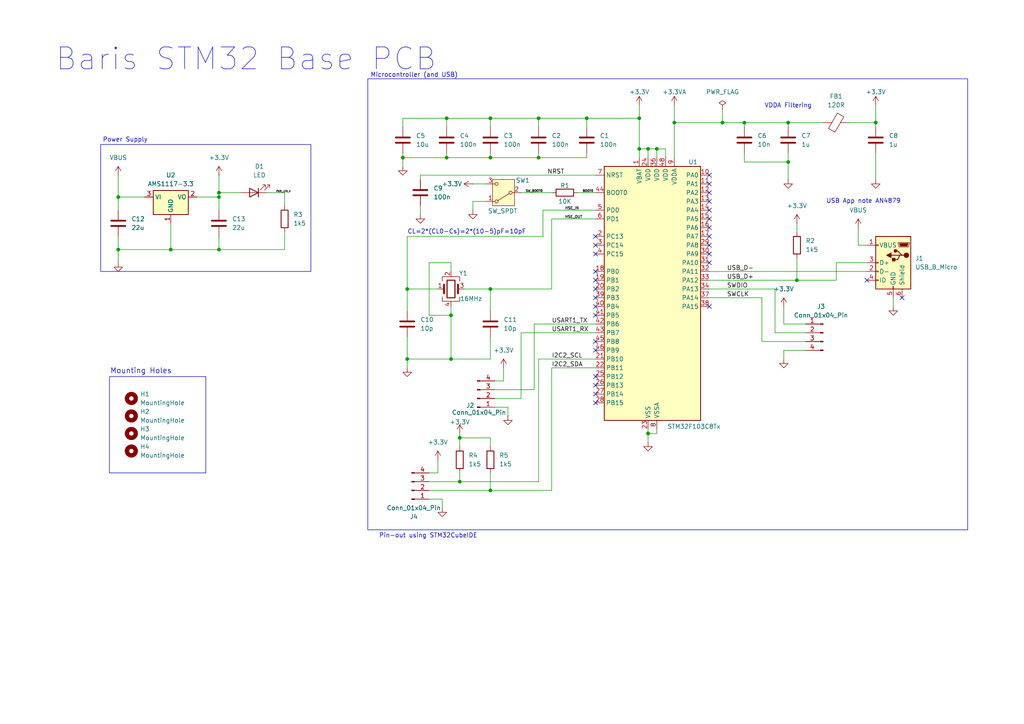
<source format=kicad_sch>
(kicad_sch (version 20231120) (generator "eeschema") (generator_version "8.0")
  (paper "A4")
  (title_block (title "STM32 Base PCB") (date "2024-10-15") (rev "0.1"))
  (lib_symbols
    (symbol "Connector:Conn_01x04_Pin" (pin_names (offset 1.016) hide)
      (property "Reference" "J" (at 0 5.08 0))
      (property "Value" "Conn_01x04_Pin" (at 0 -7.62 0))
      (symbol "Conn_01x04_Pin_1_1"
        (polyline (pts (xy 1.27 -5.08) (xy 0.8636 -5.08)) (stroke (width 0.1524)))
        (polyline (pts (xy 1.27 -2.54) (xy 0.8636 -2.54)) (stroke (width 0.1524)))
        (polyline (pts (xy 1.27 0) (xy 0.8636 0)) (stroke (width 0.1524)))
        (polyline (pts (xy 1.27 2.54) (xy 0.8636 2.54)) (stroke (width 0.1524)))
        (rectangle (start 0.8636 -4.953) (end 0 -5.207) (stroke (width 0.1524)) (fill (type outline)))
        (rectangle (start 0.8636 -2.413) (end 0 -2.667) (stroke (width 0.1524)) (fill (type outline)))
        (rectangle (start 0.8636 0.127) (end 0 -0.127) (stroke (width 0.1524)) (fill (type outline)))
        (rectangle (start 0.8636 2.667) (end 0 2.413) (stroke (width 0.1524)) (fill (type outline)))
        (pin passive line (at 5.08 2.54 180) (length 3.81) (name "Pin_1") (number "1"))
        (pin passive line (at 5.08 0 180) (length 3.81) (name "Pin_2") (number "2"))
        (pin passive line (at 5.08 -2.54 180) (length 3.81) (name "Pin_3") (number "3"))
        (pin passive line (at 5.08 -5.08 180) (length 3.81) (name "Pin_4") (number "4"))
      )
    )
    (symbol "Connector:USB_B_Micro" (pin_names (offset 1.016))
      (property "Reference" "J" (at -5.08 11.43 0))
      (property "Value" "USB_B_Micro" (at -5.08 8.89 0))
      (symbol "USB_B_Micro_0_1"
        (rectangle (start -5.08 -7.62) (end 5.08 7.62) (stroke (width 0.254)) (fill (type background)))
        (circle (center -3.81 2.159) (radius 0.635) (stroke (width 0.254)) (fill (type outline)))
        (circle (center -0.635 3.429) (radius 0.381) (stroke (width 0.254)) (fill (type outline)))
        (rectangle (start -0.127 -7.62) (end 0.127 -6.858))
        (polyline (pts (xy -1.905 2.159) (xy 0.635 2.159)) (stroke (width 0.254)))
        (polyline (pts (xy -3.175 2.159) (xy -2.54 2.159) (xy -1.27 3.429) (xy -0.635 3.429)) (stroke (width 0.254)))
        (polyline (pts (xy -2.54 2.159) (xy -1.905 2.159) (xy -1.27 0.889) (xy 0 0.889)) (stroke (width 0.254)))
        (polyline (pts (xy 0.635 2.794) (xy 0.635 1.524) (xy 1.905 2.159) (xy 0.635 2.794)) (stroke (width 0.254)) (fill (type outline)))
        (polyline (pts (xy -4.318 5.588) (xy -1.778 5.588) (xy -2.032 4.826) (xy -4.064 4.826) (xy -4.318 5.588)) (fill (type outline)))
        (polyline (pts (xy -4.699 5.842) (xy -4.699 5.588) (xy -4.445 4.826) (xy -4.445 4.572) (xy -1.651 4.572) (xy -1.651 4.826) (xy -1.397 5.588) (xy -1.397 5.842) (xy -4.699 5.842)))
        (rectangle (start 0.254 1.27) (end -0.508 0.508) (stroke (width 0.254)) (fill (type outline)))
        (rectangle (start 5.08 -5.207) (end 4.318 -4.953))
        (rectangle (start 5.08 -2.667) (end 4.318 -2.413))
        (rectangle (start 5.08 -0.127) (end 4.318 0.127))
        (rectangle (start 5.08 4.953) (end 4.318 5.207))
      )
      (symbol "USB_B_Micro_1_1"
        (pin power_out line (at 7.62 5.08 180) (length 2.54) (name "VBUS") (number "1"))
        (pin bidirectional line (at 7.62 -2.54 180) (length 2.54) (name "D-") (number "2"))
        (pin bidirectional line (at 7.62 0 180) (length 2.54) (name "D+") (number "3"))
        (pin passive line (at 7.62 -5.08 180) (length 2.54) (name "ID") (number "4"))
        (pin power_out line (at 0 -10.16 90) (length 2.54) (name "GND") (number "5"))
        (pin passive line (at -2.54 -10.16 90) (length 2.54) (name "Shield") (number "6"))
      )
    )
    (symbol "Device:C" (pin_numbers hide) (pin_names (offset 0.254))
      (property "Reference" "C" (at 0.635 2.54 0))
      (property "Value" "C" (at 0.635 -2.54 0))
      (symbol "C_0_1"
        (polyline (pts (xy -2.032 -0.762) (xy 2.032 -0.762)) (stroke (width 0.508)))
        (polyline (pts (xy -2.032 0.762) (xy 2.032 0.762)) (stroke (width 0.508)))
      )
      (symbol "C_1_1"
        (pin passive line (at 0 3.81 270) (length 2.794) (name "~") (number "1"))
        (pin passive line (at 0 -3.81 90) (length 2.794) (name "~") (number "2"))
      )
    )
    (symbol "Device:Crystal_GND24" (pin_names (offset 1.016) hide)
      (property "Reference" "Y" (at 3.175 5.08 0))
      (property "Value" "Crystal_GND24" (at 3.175 3.175 0))
      (symbol "Crystal_GND24_0_1"
        (rectangle (start -1.143 2.54) (end 1.143 -2.54) (stroke (width 0.3048)))
        (polyline (pts (xy -2.54 0) (xy -2.032 0)))
        (polyline (pts (xy -2.032 -1.27) (xy -2.032 1.27)) (stroke (width 0.508)))
        (polyline (pts (xy 0 -3.81) (xy 0 -3.556)))
        (polyline (pts (xy 0 3.556) (xy 0 3.81)))
        (polyline (pts (xy 2.032 -1.27) (xy 2.032 1.27)) (stroke (width 0.508)))
        (polyline (pts (xy 2.032 0) (xy 2.54 0)))
        (polyline (pts (xy -2.54 -2.286) (xy -2.54 -3.556) (xy 2.54 -3.556) (xy 2.54 -2.286)))
        (polyline (pts (xy -2.54 2.286) (xy -2.54 3.556) (xy 2.54 3.556) (xy 2.54 2.286)))
      )
      (symbol "Crystal_GND24_1_1"
        (pin passive line (at -3.81 0 0) (length 1.27) (name "1") (number "1"))
        (pin passive line (at 0 5.08 270) (length 1.27) (name "2") (number "2"))
        (pin passive line (at 3.81 0 180) (length 1.27) (name "3") (number "3"))
        (pin passive line (at 0 -5.08 90) (length 1.27) (name "4") (number "4"))
      )
    )
    (symbol "Device:FerriteBead" (pin_numbers hide) (pin_names (offset 0))
      (property "Reference" "FB" (at -3.81 0.635 90))
      (property "Value" "FerriteBead" (at 3.81 0 90))
      (symbol "FerriteBead_0_1"
        (polyline (pts (xy 0 -1.27) (xy 0 -1.2192)))
        (polyline (pts (xy 0 1.27) (xy 0 1.2954)))
        (polyline (pts (xy -2.7686 0.4064) (xy -1.7018 2.2606) (xy 2.7686 -0.3048) (xy 1.6764 -2.159) (xy -2.7686 0.4064)))
      )
      (symbol "FerriteBead_1_1"
        (pin passive line (at 0 3.81 270) (length 2.54) (name "~") (number "1"))
        (pin passive line (at 0 -3.81 90) (length 2.54) (name "~") (number "2"))
      )
    )
    (symbol "Device:LED" (pin_numbers hide) (pin_names (offset 1.016) hide)
      (property "Reference" "D" (at 0 2.54 0))
      (property "Value" "LED" (at 0 -2.54 0))
      (symbol "LED_0_1"
        (polyline (pts (xy -1.27 -1.27) (xy -1.27 1.27)) (stroke (width 0.254)))
        (polyline (pts (xy -1.27 0) (xy 1.27 0)))
        (polyline (pts (xy 1.27 -1.27) (xy 1.27 1.27) (xy -1.27 0) (xy 1.27 -1.27)) (stroke (width 0.254)))
        (polyline (pts (xy -3.048 -0.762) (xy -4.572 -2.286) (xy -3.81 -2.286) (xy -4.572 -2.286) (xy -4.572 -1.524)))
        (polyline (pts (xy -1.778 -0.762) (xy -3.302 -2.286) (xy -2.54 -2.286) (xy -3.302 -2.286) (xy -3.302 -1.524)))
      )
      (symbol "LED_1_1"
        (pin passive line (at -3.81 0 0) (length 2.54) (name "K") (number "1"))
        (pin passive line (at 3.81 0 180) (length 2.54) (name "A") (number "2"))
      )
    )
    (symbol "Device:R" (pin_numbers hide) (pin_names (offset 0))
      (property "Reference" "R" (at 2.032 0 90))
      (property "Value" "R" (at 0 0 90))
      (symbol "R_0_1"
        (rectangle (start -1.016 -2.54) (end 1.016 2.54) (stroke (width 0.254)))
      )
      (symbol "R_1_1"
        (pin passive line (at 0 3.81 270) (length 1.27) (name "~") (number "1"))
        (pin passive line (at 0 -3.81 90) (length 1.27) (name "~") (number "2"))
      )
    )
    (symbol "MCU_ST_STM32F1:STM32F103C8Tx"
      (property "Reference" "U" (at -12.7 39.37 0))
      (property "Value" "STM32F103C8Tx" (at 10.16 39.37 0))
      (symbol "STM32F103C8Tx_0_1"
        (rectangle (start -12.7 -35.56) (end 15.24 38.1) (stroke (width 0.254)) (fill (type background)))
      )
      (symbol "STM32F103C8Tx_1_1"
        (pin power_in line (at -2.54 40.64 270) (length 2.54) (name "VBAT") (number "1"))
        (pin bidirectional line (at 17.78 35.56 180) (length 2.54) (name "PA0") (number "10"))
        (pin bidirectional line (at 17.78 33.02 180) (length 2.54) (name "PA1") (number "11"))
        (pin bidirectional line (at 17.78 30.48 180) (length 2.54) (name "PA2") (number "12"))
        (pin bidirectional line (at 17.78 27.94 180) (length 2.54) (name "PA3") (number "13"))
        (pin bidirectional line (at 17.78 25.4 180) (length 2.54) (name "PA4") (number "14"))
        (pin bidirectional line (at 17.78 22.86 180) (length 2.54) (name "PA5") (number "15"))
        (pin bidirectional line (at 17.78 20.32 180) (length 2.54) (name "PA6") (number "16"))
        (pin bidirectional line (at 17.78 17.78 180) (length 2.54) (name "PA7") (number "17"))
        (pin bidirectional line (at -15.24 7.62 0) (length 2.54) (name "PB0") (number "18"))
        (pin bidirectional line (at -15.24 5.08 0) (length 2.54) (name "PB1") (number "19"))
        (pin bidirectional line (at -15.24 17.78 0) (length 2.54) (name "PC13") (number "2"))
        (pin bidirectional line (at -15.24 2.54 0) (length 2.54) (name "PB2") (number "20"))
        (pin bidirectional line (at -15.24 -17.78 0) (length 2.54) (name "PB10") (number "21"))
        (pin bidirectional line (at -15.24 -20.32 0) (length 2.54) (name "PB11") (number "22"))
        (pin power_in line (at 0 -38.1 90) (length 2.54) (name "VSS") (number "23"))
        (pin power_in line (at 0 40.64 270) (length 2.54) (name "VDD") (number "24"))
        (pin bidirectional line (at -15.24 -22.86 0) (length 2.54) (name "PB12") (number "25"))
        (pin bidirectional line (at -15.24 -25.4 0) (length 2.54) (name "PB13") (number "26"))
        (pin bidirectional line (at -15.24 -27.94 0) (length 2.54) (name "PB14") (number "27"))
        (pin bidirectional line (at -15.24 -30.48 0) (length 2.54) (name "PB15") (number "28"))
        (pin bidirectional line (at 17.78 15.24 180) (length 2.54) (name "PA8") (number "29"))
        (pin bidirectional line (at -15.24 15.24 0) (length 2.54) (name "PC14") (number "3"))
        (pin bidirectional line (at 17.78 12.7 180) (length 2.54) (name "PA9") (number "30"))
        (pin bidirectional line (at 17.78 10.16 180) (length 2.54) (name "PA10") (number "31"))
        (pin bidirectional line (at 17.78 7.62 180) (length 2.54) (name "PA11") (number "32"))
        (pin bidirectional line (at 17.78 5.08 180) (length 2.54) (name "PA12") (number "33"))
        (pin bidirectional line (at 17.78 2.54 180) (length 2.54) (name "PA13") (number "34"))
        (pin passive line (at 0 -38.1 90) (length 2.54) hide (name "VSS") (number "35"))
        (pin power_in line (at 2.54 40.64 270) (length 2.54) (name "VDD") (number "36"))
        (pin bidirectional line (at 17.78 0 180) (length 2.54) (name "PA14") (number "37"))
        (pin bidirectional line (at 17.78 -2.54 180) (length 2.54) (name "PA15") (number "38"))
        (pin bidirectional line (at -15.24 0 0) (length 2.54) (name "PB3") (number "39"))
        (pin bidirectional line (at -15.24 12.7 0) (length 2.54) (name "PC15") (number "4"))
        (pin bidirectional line (at -15.24 -2.54 0) (length 2.54) (name "PB4") (number "40"))
        (pin bidirectional line (at -15.24 -5.08 0) (length 2.54) (name "PB5") (number "41"))
        (pin bidirectional line (at -15.24 -7.62 0) (length 2.54) (name "PB6") (number "42"))
        (pin bidirectional line (at -15.24 -10.16 0) (length 2.54) (name "PB7") (number "43"))
        (pin input line (at -15.24 30.48 0) (length 2.54) (name "BOOT0") (number "44"))
        (pin bidirectional line (at -15.24 -12.7 0) (length 2.54) (name "PB8") (number "45"))
        (pin bidirectional line (at -15.24 -15.24 0) (length 2.54) (name "PB9") (number "46"))
        (pin passive line (at 0 -38.1 90) (length 2.54) hide (name "VSS") (number "47"))
        (pin power_in line (at 5.08 40.64 270) (length 2.54) (name "VDD") (number "48"))
        (pin bidirectional line (at -15.24 25.4 0) (length 2.54) (name "PD0") (number "5"))
        (pin bidirectional line (at -15.24 22.86 0) (length 2.54) (name "PD1") (number "6"))
        (pin input line (at -15.24 35.56 0) (length 2.54) (name "NRST") (number "7"))
        (pin power_in line (at 2.54 -38.1 90) (length 2.54) (name "VSSA") (number "8"))
        (pin power_in line (at 7.62 40.64 270) (length 2.54) (name "VDDA") (number "9"))
      )
    )
    (symbol "Mechanical:MountingHole" (pin_names (offset 1.016)) (exclude_from_sim yes) (in_bom no)
      (property "Reference" "H" (at 0 5.08 0))
      (property "Value" "MountingHole" (at 0 3.175 0))
      (symbol "MountingHole_0_1"
        (circle (center 0 0) (radius 1.27) (stroke (width 1.27)))
      )
    )
    (symbol "Regulator_Linear:AMS1117-3.3"
      (property "Reference" "U" (at -3.81 3.175 0))
      (property "Value" "AMS1117-3.3" (at 0 3.175 0))
      (symbol "AMS1117-3.3_0_1"
        (rectangle (start -5.08 -5.08) (end 5.08 1.905) (stroke (width 0.254)) (fill (type background)))
      )
      (symbol "AMS1117-3.3_1_1"
        (pin power_in line (at 0 -7.62 90) (length 2.54) (name "GND") (number "1"))
        (pin power_out line (at 7.62 0 180) (length 2.54) (name "VO") (number "2"))
        (pin power_in line (at -7.62 0 0) (length 2.54) (name "VI") (number "3"))
      )
    )
    (symbol "Switch:SW_SPDT" (pin_names (offset 0) hide)
      (property "Reference" "SW" (at 0 5.08 0))
      (property "Value" "SW_SPDT" (at 0 -5.08 0))
      (symbol "SW_SPDT_0_1"
        (circle (center -2.032 0) (radius 0.4572))
        (polyline (pts (xy -1.651 0.254) (xy 1.651 2.286)))
        (circle (center 2.032 -2.54) (radius 0.4572))
        (circle (center 2.032 2.54) (radius 0.4572))
      )
      (symbol "SW_SPDT_1_1"
        (rectangle (start -3.175 3.81) (end 3.175 -3.81) (fill (type background)))
        (pin passive line (at 5.08 2.54 180) (length 2.54) (name "A") (number "1"))
        (pin passive line (at -5.08 0 0) (length 2.54) (name "B") (number "2"))
        (pin passive line (at 5.08 -2.54 180) (length 2.54) (name "C") (number "3"))
      )
    )
    (symbol "power:+3.3V" (power) (pin_numbers hide) (pin_names (offset 0) hide)
      (property "Value" "+3.3V" (at 0 3.556 0))
      (symbol "+3.3V_0_1"
        (polyline (pts (xy -0.762 1.27) (xy 0 2.54)))
        (polyline (pts (xy 0 0) (xy 0 2.54)))
        (polyline (pts (xy 0 2.54) (xy 0.762 1.27)))
      )
      (symbol "+3.3V_1_1"
        (pin power_in line (at 0 0 90) (length 0) (name "~") (number "1"))
      )
    )
    (symbol "power:GND" (power) (pin_numbers hide) (pin_names (offset 0) hide)
      (property "Value" "GND" (at 0 -3.81 0))
      (symbol "GND_0_1"
        (polyline (pts (xy 0 0) (xy 0 -1.27) (xy 1.27 -1.27) (xy 0 -2.54) (xy -1.27 -1.27) (xy 0 -1.27)))
      )
      (symbol "GND_1_1"
        (pin power_in line (at 0 0 270) (length 0) (name "~") (number "1"))
      )
    )
    (symbol "power:PWR_FLAG" (power) (pin_numbers hide) (pin_names (offset 0) hide)
      (property "Value" "PWR_FLAG" (at 0 3.81 0))
      (symbol "PWR_FLAG_0_0"
        (pin power_out line (at 0 0 90) (length 0) (name "~") (number "1"))
      )
      (symbol "PWR_FLAG_0_1"
        (polyline (pts (xy 0 0) (xy 0 1.27) (xy -1.016 1.905) (xy 0 2.54) (xy 1.016 1.905) (xy 0 1.27)))
      )
    )
    (symbol "power:VBUS" (power) (pin_numbers hide) (pin_names (offset 0) hide)
      (property "Value" "VBUS" (at 0 3.556 0))
      (symbol "VBUS_0_1"
        (polyline (pts (xy -0.762 1.27) (xy 0 2.54)))
        (polyline (pts (xy 0 0) (xy 0 2.54)))
        (polyline (pts (xy 0 2.54) (xy 0.762 1.27)))
      )
      (symbol "VBUS_1_1"
        (pin power_in line (at 0 0 90) (length 0) (name "~") (number "1"))
      )
    )
  )
  (junction (at 170.18 34.29))
  (junction (at 187.96 125.73))
  (junction (at 228.6 35.56))
  (junction (at 118.11 104.14))
  (junction (at 195.58 35.56))
  (junction (at 133.35 127))
  (junction (at 187.96 43.18))
  (junction (at 142.24 142.24))
  (junction (at 63.5 57.15))
  (junction (at 185.42 34.29))
  (junction (at 209.55 35.56))
  (junction (at 215.9 35.56))
  (junction (at 34.29 72.39))
  (junction (at 116.84 45.72))
  (junction (at 156.21 45.72))
  (junction (at 142.24 83.82))
  (junction (at 129.54 34.29))
  (junction (at 34.29 57.15))
  (junction (at 254 35.56))
  (junction (at 118.11 83.82))
  (junction (at 63.5 55.88))
  (junction (at 190.5 43.18))
  (junction (at 185.42 43.18))
  (junction (at 63.5 72.39))
  (junction (at 231.14 81.28))
  (junction (at 129.54 45.72))
  (junction (at 228.6 46.99))
  (junction (at 130.81 91.44))
  (junction (at 142.24 34.29))
  (junction (at 130.81 104.14))
  (junction (at 156.21 34.29))
  (junction (at 49.53 72.39))
  (junction (at 142.24 45.72))
  (junction (at 133.35 139.7))
  (no_connect (at 172.72 91.44))
  (no_connect (at 205.74 88.9))
  (no_connect (at 205.74 53.34))
  (no_connect (at 172.72 78.74))
  (no_connect (at 205.74 66.04))
  (no_connect (at 172.72 68.58))
  (no_connect (at 172.72 101.6))
  (no_connect (at 172.72 109.22))
  (no_connect (at 205.74 63.5))
  (no_connect (at 205.74 58.42))
  (no_connect (at 205.74 50.8))
  (no_connect (at 172.72 114.3))
  (no_connect (at 205.74 73.66))
  (no_connect (at 172.72 99.06))
  (no_connect (at 172.72 86.36))
  (no_connect (at 261.62 86.36))
  (no_connect (at 205.74 55.88))
  (no_connect (at 172.72 116.84))
  (no_connect (at 172.72 81.28))
  (no_connect (at 172.72 111.76))
  (no_connect (at 172.72 88.9))
  (no_connect (at 205.74 76.2))
  (no_connect (at 205.74 68.58))
  (no_connect (at 172.72 73.66))
  (no_connect (at 251.46 81.28))
  (no_connect (at 172.72 83.82))
  (no_connect (at 205.74 60.96))
  (no_connect (at 205.74 71.12))
  (no_connect (at 172.72 71.12))
  (wire (pts (xy 185.42 43.18) (xy 185.42 45.72)))
  (wire (pts (xy 142.24 83.82) (xy 134.62 83.82)))
  (wire (pts (xy 190.5 125.73) (xy 187.96 125.73)))
  (wire (pts (xy 187.96 124.46) (xy 187.96 125.73)))
  (wire (pts (xy 142.24 83.82) (xy 142.24 90.17)))
  (wire (pts (xy 130.81 104.14) (xy 118.11 104.14)))
  (wire (pts (xy 34.29 72.39) (xy 34.29 76.2)))
  (wire (pts (xy 224.79 96.52) (xy 233.68 96.52)))
  (wire (pts (xy 254 35.56) (xy 254 36.83)))
  (wire (pts (xy 63.5 57.15) (xy 57.15 57.15)))
  (wire (pts (xy 187.96 43.18) (xy 190.5 43.18)))
  (wire (pts (xy 142.24 104.14) (xy 142.24 97.79)))
  (wire (pts (xy 143.51 118.11) (xy 147.32 118.11)))
  (wire (pts (xy 154.94 93.98) (xy 154.94 113.03)))
  (wire (pts (xy 254 30.48) (xy 254 35.56)))
  (wire (pts (xy 231.14 74.93) (xy 231.14 81.28)))
  (wire (pts (xy 151.13 96.52) (xy 151.13 115.57)))
  (wire (pts (xy 160.02 83.82) (xy 142.24 83.82)))
  (wire (pts (xy 133.35 139.7) (xy 124.46 139.7)))
  (wire (pts (xy 248.92 71.12) (xy 251.46 71.12)))
  (wire (pts (xy 205.74 78.74) (xy 251.46 78.74)))
  (wire (pts (xy 142.24 142.24) (xy 160.02 142.24)))
  (wire (pts (xy 156.21 34.29) (xy 170.18 34.29)))
  (wire (pts (xy 215.9 44.45) (xy 215.9 46.99)))
  (wire (pts (xy 151.13 96.52) (xy 172.72 96.52)))
  (wire (pts (xy 63.5 57.15) (xy 63.5 60.96)))
  (wire (pts (xy 130.81 76.2) (xy 124.46 76.2)))
  (wire (pts (xy 118.11 83.82) (xy 127 83.82)))
  (wire (pts (xy 228.6 46.99) (xy 228.6 44.45)))
  (wire (pts (xy 156.21 34.29) (xy 156.21 36.83)))
  (wire (pts (xy 142.24 45.72) (xy 156.21 45.72)))
  (wire (pts (xy 156.21 104.14) (xy 156.21 139.7)))
  (wire (pts (xy 133.35 125.73) (xy 133.35 127)))
  (wire (pts (xy 227.33 101.6) (xy 233.68 101.6)))
  (wire (pts (xy 124.46 144.78) (xy 128.27 144.78)))
  (wire (pts (xy 116.84 36.83) (xy 116.84 34.29)))
  (wire (pts (xy 190.5 43.18) (xy 193.04 43.18)))
  (wire (pts (xy 157.48 60.96) (xy 172.72 60.96)))
  (wire (pts (xy 151.13 55.88) (xy 160.02 55.88)))
  (wire (pts (xy 170.18 45.72) (xy 170.18 44.45)))
  (wire (pts (xy 160.02 63.5) (xy 160.02 83.82)))
  (wire (pts (xy 128.27 144.78) (xy 128.27 147.32)))
  (wire (pts (xy 227.33 88.9) (xy 227.33 93.98)))
  (wire (pts (xy 167.64 55.88) (xy 172.72 55.88)))
  (wire (pts (xy 160.02 106.68) (xy 172.72 106.68)))
  (wire (pts (xy 154.94 113.03) (xy 143.51 113.03)))
  (wire (pts (xy 130.81 78.74) (xy 130.81 76.2)))
  (wire (pts (xy 228.6 46.99) (xy 228.6 52.07)))
  (wire (pts (xy 118.11 104.14) (xy 118.11 106.68)))
  (wire (pts (xy 142.24 137.16) (xy 142.24 142.24)))
  (wire (pts (xy 160.02 142.24) (xy 160.02 106.68)))
  (wire (pts (xy 124.46 142.24) (xy 142.24 142.24)))
  (wire (pts (xy 215.9 35.56) (xy 228.6 35.56)))
  (wire (pts (xy 124.46 91.44) (xy 130.81 91.44)))
  (wire (pts (xy 187.96 43.18) (xy 187.96 45.72)))
  (wire (pts (xy 246.38 35.56) (xy 254 35.56)))
  (wire (pts (xy 193.04 43.18) (xy 193.04 45.72)))
  (wire (pts (xy 127 133.35) (xy 127 137.16)))
  (wire (pts (xy 121.92 50.8) (xy 172.72 50.8)))
  (wire (pts (xy 34.29 68.58) (xy 34.29 72.39)))
  (wire (pts (xy 259.08 86.36) (xy 259.08 88.9)))
  (wire (pts (xy 205.74 83.82) (xy 224.79 83.82)))
  (wire (pts (xy 34.29 57.15) (xy 34.29 60.96)))
  (wire (pts (xy 118.11 83.82) (xy 118.11 68.58)))
  (wire (pts (xy 147.32 118.11) (xy 147.32 120.65)))
  (wire (pts (xy 215.9 35.56) (xy 215.9 36.83)))
  (wire (pts (xy 170.18 34.29) (xy 185.42 34.29)))
  (wire (pts (xy 124.46 76.2) (xy 124.46 91.44)))
  (wire (pts (xy 228.6 35.56) (xy 228.6 36.83)))
  (wire (pts (xy 242.57 76.2) (xy 251.46 76.2)))
  (wire (pts (xy 220.98 99.06) (xy 220.98 86.36)))
  (wire (pts (xy 133.35 137.16) (xy 133.35 139.7)))
  (wire (pts (xy 209.55 35.56) (xy 215.9 35.56)))
  (wire (pts (xy 151.13 115.57) (xy 143.51 115.57)))
  (wire (pts (xy 233.68 99.06) (xy 220.98 99.06)))
  (wire (pts (xy 190.5 124.46) (xy 190.5 125.73)))
  (wire (pts (xy 34.29 72.39) (xy 49.53 72.39)))
  (wire (pts (xy 205.74 86.36) (xy 220.98 86.36)))
  (wire (pts (xy 142.24 34.29) (xy 156.21 34.29)))
  (wire (pts (xy 195.58 35.56) (xy 195.58 45.72)))
  (wire (pts (xy 156.21 104.14) (xy 172.72 104.14)))
  (wire (pts (xy 82.55 67.31) (xy 82.55 72.39)))
  (wire (pts (xy 63.5 55.88) (xy 69.85 55.88)))
  (wire (pts (xy 137.16 58.42) (xy 137.16 60.96)))
  (wire (pts (xy 142.24 44.45) (xy 142.24 45.72)))
  (wire (pts (xy 187.96 125.73) (xy 187.96 128.27)))
  (wire (pts (xy 195.58 30.48) (xy 195.58 35.56)))
  (wire (pts (xy 121.92 59.69) (xy 121.92 62.23)))
  (wire (pts (xy 142.24 34.29) (xy 142.24 36.83)))
  (wire (pts (xy 129.54 34.29) (xy 142.24 34.29)))
  (wire (pts (xy 118.11 68.58) (xy 157.48 68.58)))
  (wire (pts (xy 116.84 34.29) (xy 129.54 34.29)))
  (wire (pts (xy 142.24 127) (xy 142.24 129.54)))
  (wire (pts (xy 227.33 93.98) (xy 233.68 93.98)))
  (wire (pts (xy 129.54 44.45) (xy 129.54 45.72)))
  (wire (pts (xy 129.54 45.72) (xy 116.84 45.72)))
  (wire (pts (xy 209.55 31.75) (xy 209.55 35.56)))
  (wire (pts (xy 82.55 72.39) (xy 63.5 72.39)))
  (wire (pts (xy 160.02 63.5) (xy 172.72 63.5)))
  (wire (pts (xy 77.47 55.88) (xy 82.55 55.88)))
  (wire (pts (xy 185.42 34.29) (xy 185.42 43.18)))
  (wire (pts (xy 190.5 43.18) (xy 190.5 45.72)))
  (wire (pts (xy 129.54 34.29) (xy 129.54 36.83)))
  (wire (pts (xy 231.14 64.77) (xy 231.14 67.31)))
  (wire (pts (xy 116.84 45.72) (xy 116.84 48.26)))
  (wire (pts (xy 231.14 81.28) (xy 242.57 81.28)))
  (wire (pts (xy 156.21 45.72) (xy 170.18 45.72)))
  (wire (pts (xy 185.42 43.18) (xy 187.96 43.18)))
  (wire (pts (xy 133.35 127) (xy 133.35 129.54)))
  (wire (pts (xy 137.16 53.34) (xy 140.97 53.34)))
  (wire (pts (xy 63.5 50.8) (xy 63.5 55.88)))
  (wire (pts (xy 133.35 127) (xy 142.24 127)))
  (wire (pts (xy 130.81 91.44) (xy 130.81 88.9)))
  (wire (pts (xy 63.5 72.39) (xy 63.5 68.58)))
  (wire (pts (xy 116.84 44.45) (xy 116.84 45.72)))
  (wire (pts (xy 254 44.45) (xy 254 52.07)))
  (wire (pts (xy 228.6 35.56) (xy 238.76 35.56)))
  (wire (pts (xy 242.57 81.28) (xy 242.57 76.2)))
  (wire (pts (xy 195.58 35.56) (xy 209.55 35.56)))
  (wire (pts (xy 137.16 58.42) (xy 140.97 58.42)))
  (wire (pts (xy 130.81 91.44) (xy 130.81 104.14)))
  (wire (pts (xy 224.79 83.82) (xy 224.79 96.52)))
  (wire (pts (xy 82.55 55.88) (xy 82.55 59.69)))
  (wire (pts (xy 156.21 44.45) (xy 156.21 45.72)))
  (wire (pts (xy 227.33 101.6) (xy 227.33 104.14)))
  (wire (pts (xy 215.9 46.99) (xy 228.6 46.99)))
  (wire (pts (xy 63.5 55.88) (xy 63.5 57.15)))
  (wire (pts (xy 248.92 66.04) (xy 248.92 71.12)))
  (wire (pts (xy 49.53 72.39) (xy 63.5 72.39)))
  (wire (pts (xy 49.53 64.77) (xy 49.53 72.39)))
  (wire (pts (xy 170.18 34.29) (xy 170.18 36.83)))
  (wire (pts (xy 157.48 68.58) (xy 157.48 60.96)))
  (wire (pts (xy 34.29 57.15) (xy 41.91 57.15)))
  (wire (pts (xy 121.92 52.07) (xy 121.92 50.8)))
  (wire (pts (xy 205.74 81.28) (xy 231.14 81.28)))
  (wire (pts (xy 146.05 110.49) (xy 143.51 110.49)))
  (wire (pts (xy 129.54 45.72) (xy 142.24 45.72)))
  (wire (pts (xy 156.21 139.7) (xy 133.35 139.7)))
  (wire (pts (xy 118.11 104.14) (xy 118.11 97.79)))
  (wire (pts (xy 127 137.16) (xy 124.46 137.16)))
  (wire (pts (xy 154.94 93.98) (xy 172.72 93.98)))
  (wire (pts (xy 118.11 90.17) (xy 118.11 83.82)))
  (wire (pts (xy 185.42 34.29) (xy 185.42 30.48)))
  (wire (pts (xy 130.81 104.14) (xy 142.24 104.14)))
  (wire (pts (xy 34.29 50.8) (xy 34.29 57.15)))
  (wire (pts (xy 146.05 106.68) (xy 146.05 110.49)))
  (rectangle (start 106.68 22.86) (end 280.67 153.67))
  (rectangle (start 29.21 41.91) (end 90.17 78.74))
  (rectangle (start 31.75 109.22) (end 59.69 137.16))
  (text "Mounting Holes" (at 40.894 107.696 0) (effects (font (size 1.524 1.524))))
  (text "Power Supply" (at 36.322 40.64 0) (effects (font (size 1.27 1.27))))
  (text "Pin-out using STM32CubeIDE" (at 124.206 155.448 0) (effects (font (size 1.27 1.27))))
  (text "VDDA Filtering" (at 228.6 30.734 0) (effects (font (size 1.27 1.27))))
  (text "CL=2*(CL0-Cs)=2*(10-5)pF=10pF" (at 135.382 67.31 0) (effects (font (size 1.27 1.27))))
  (text "Baris STM32 Base PCB" (at 71.374 17.272 0) (effects (font (size 6.35 6.35))))
  (text "Microcontroller (and USB)" (at 120.142 21.844 0) (effects (font (size 1.27 1.27))))
  (text "USB App note AN4879" (at 250.444 58.42 0) (effects (font (size 1.27 1.27))))
  (label "NRST" (at 158.75 50.8 0))
  (label "PWR_LED_K" (at 80.01 55.88 0) (effects (font (size 0.508 0.508))))
  (label "HSE_OUT" (at 163.83 63.5 0) (effects (font (size 0.762 0.762))))
  (label "USB_D-" (at 210.82 78.74 0))
  (label "BOOT0" (at 168.91 55.88 0) (effects (font (size 0.635 0.635))))
  (label "I2C2_SDA" (at 160.02 106.68 0))
  (label "SWDIO" (at 210.82 83.82 0))
  (label "I2C2_SCL" (at 160.02 104.14 0))
  (label "HSE_IN" (at 163.83 60.96 0) (effects (font (size 0.762 0.762))))
  (label "USART1_RX" (at 160.02 96.52 0))
  (label "USART1_TX" (at 160.02 93.98 0))
  (label "USB_D+" (at 210.82 81.28 0))
  (label "SWCLK" (at 210.82 86.36 0))
  (label "SW_BOOT0" (at 152.4 55.88 0) (effects (font (size 0.635 0.635))))
  (symbol (lib_id "power:+3.3V") (at 137.16 53.34 90) (unit 1)
    (property "Reference" "#PWR010" (effects (hide yes)))
    (property "Value" "+3.3V" (at 131.064 53.34 90))
    (property "Description" "Power symbol creates a global label with name \"+3.3V\"" (effects (hide yes)))
  )
  (symbol (lib_id "Device:LED") (at 73.66 55.88 180) (unit 1)
    (property "Reference" "D1" (at 75.2475 48.26 0))
    (property "Value" "LED" (at 75.2475 50.8 0))
    (property "Footprint" "LED_SMD:LED_0603_1608Metric" (effects (hide yes)))
    (property "Description" "Light emitting diode" (effects (hide yes)))
  )
  (symbol (lib_id "Device:C") (at 142.24 93.98 0) (unit 1)
    (property "Reference" "C11" (at 146.05 92.7099 0) (effects (justify left)))
    (property "Value" "10p" (at 146.05 95.2499 0) (effects (justify left)))
    (property "Footprint" "Capacitor_SMD:C_0402_1005Metric" (effects (hide yes)))
    (property "Description" "Unpolarized capacitor" (effects (hide yes)))
  )
  (symbol (lib_id "power:GND") (at 116.84 48.26 0) (unit 1)
    (property "Reference" "#PWR03" (effects (hide yes)))
    (property "Value" "GND" (effects (hide yes)))
    (property "Description" "Power symbol creates a global label with name \"GND\" , ground" (effects (hide yes)))
  )
  (symbol (lib_id "Device:Crystal_GND24") (at 130.81 83.82 0) (unit 1)
    (property "Reference" "Y1" (at 134.366 79.248 0))
    (property "Value" "16MHz" (at 136.652 86.614 0))
    (property "Footprint" "Crystal:Crystal_SMD_3225-4Pin_3.2x2.5mm" (effects (hide yes)))
    (property "Description" "Four pin crystal, GND on pins 2 and 4" (effects (hide yes)))
  )
  (symbol (lib_id "Connector:USB_B_Micro") (at 259.08 76.2 0) (mirror y) (unit 1)
    (property "Reference" "J1" (at 265.43 74.9299 0) (effects (justify right)))
    (property "Value" "USB_B_Micro" (at 265.43 77.4699 0) (effects (justify right)))
    (property "Footprint" "Connector_USB:USB_Micro-B_Wuerth_629105150521" (effects (hide yes)))
    (property "Description" "USB Micro Type B connector" (effects (hide yes)))
  )
  (symbol (lib_id "power:VBUS") (at 34.29 50.8 0) (unit 1)
    (property "Reference" "#PWR017" (effects (hide yes)))
    (property "Value" "VBUS" (at 34.29 45.72 0))
    (property "Description" "Power symbol creates a global label with name \"VBUS\"" (effects (hide yes)))
  )
  (symbol (lib_id "power:GND") (at 259.08 88.9 0) (unit 1)
    (property "Reference" "#PWR012" (effects (hide yes)))
    (property "Value" "GND" (effects (hide yes)))
    (property "Description" "Power symbol creates a global label with name \"GND\" , ground" (effects (hide yes)))
  )
  (symbol (lib_id "power:+3.3V") (at 146.05 106.68 0) (unit 1)
    (property "Reference" "#PWR020" (effects (hide yes)))
    (property "Value" "+3.3V" (at 146.05 101.6 0))
    (property "Description" "Power symbol creates a global label with name \"+3.3V\"" (effects (hide yes)))
  )
  (symbol (lib_id "Device:C") (at 228.6 40.64 0) (unit 1)
    (property "Reference" "C7" (at 232.41 39.3699 0) (effects (justify left)))
    (property "Value" "1u" (at 232.41 41.9099 0) (effects (justify left)))
    (property "Footprint" "Capacitor_SMD:C_0402_1005Metric" (effects (hide yes)))
    (property "Description" "Unpolarized capacitor" (effects (hide yes)))
  )
  (symbol (lib_id "Device:C") (at 121.92 55.88 0) (unit 1)
    (property "Reference" "C9" (at 125.73 54.6099 0) (effects (justify left)))
    (property "Value" "100n" (at 125.73 57.1499 0) (effects (justify left)))
    (property "Footprint" "Capacitor_SMD:C_0402_1005Metric" (effects (hide yes)))
    (property "Description" "Unpolarized capacitor" (effects (hide yes)))
  )
  (symbol (lib_id "Mechanical:MountingHole") (at 38.1 130.81 0) (unit 1) (exclude_from_sim yes) (in_bom no)
    (property "Reference" "H4" (at 40.64 129.5399 0) (effects (justify left)))
    (property "Value" "MountingHole" (at 40.64 132.0799 0) (effects (justify left)))
    (property "Footprint" "MountingHole:MountingHole_2.2mm_M2" (effects (hide yes)))
    (property "Description" "Mounting Hole without connection" (effects (hide yes)))
  )
  (symbol (lib_id "Device:C") (at 63.5 64.77 0) (unit 1)
    (property "Reference" "C13" (at 67.31 63.4999 0) (effects (justify left)))
    (property "Value" "22u" (at 67.31 66.0399 0) (effects (justify left)))
    (property "Footprint" "Capacitor_SMD:C_0805_2012Metric" (effects (hide yes)))
    (property "Description" "Unpolarized capacitor" (effects (hide yes)))
  )
  (symbol (lib_id "Device:C") (at 34.29 64.77 0) (unit 1)
    (property "Reference" "C12" (at 38.1 63.4999 0) (effects (justify left)))
    (property "Value" "22u" (at 38.1 66.0399 0) (effects (justify left)))
    (property "Footprint" "Capacitor_SMD:C_0805_2012Metric" (effects (hide yes)))
    (property "Description" "Unpolarized capacitor" (effects (hide yes)))
  )
  (symbol (lib_id "power:GND") (at 147.32 120.65 0) (unit 1)
    (property "Reference" "#PWR021" (effects (hide yes)))
    (property "Value" "GND" (effects (hide yes)))
    (property "Description" "Power symbol creates a global label with name \"GND\" , ground" (effects (hide yes)))
  )
  (symbol (lib_id "Switch:SW_SPDT") (at 146.05 55.88 180) (unit 1)
    (property "Reference" "SW1" (at 151.638 52.324 0))
    (property "Value" "SW_SPDT" (at 145.796 61.214 0))
    (property "Footprint" "Button_Switch_SMD:SW_SPDT_PCM12" (effects (hide yes)))
    (property "Description" "Switch, single pole double throw" (effects (hide yes)))
  )
  (symbol (lib_id "Connector:Conn_01x04_Pin") (at 138.43 115.57 0) (mirror x) (unit 1)
    (property "Reference" "J2" (at 136.398 117.602 0))
    (property "Value" "Conn_01x04_Pin" (at 138.938 119.634 0))
    (property "Footprint" "Connector_PinHeader_2.54mm:PinHeader_1x04_P2.54mm_Vertical" (effects (hide yes)))
    (property "Description" "Generic connector, single row, 01x04, script generated" (effects (hide yes)))
  )
  (symbol (lib_id "power:VBUS") (at 248.92 66.04 0) (unit 1)
    (property "Reference" "#PWR013" (effects (hide yes)))
    (property "Value" "VBUS" (at 248.92 60.96 0))
    (property "Description" "Power symbol creates a global label with name \"VBUS\"" (effects (hide yes)))
  )
  (symbol (lib_id "power:+3.3V") (at 133.35 125.73 0) (unit 1)
    (property "Reference" "#PWR024" (effects (hide yes)))
    (property "Value" "+3.3V" (at 133.35 122.428 0))
    (property "Description" "Power symbol creates a global label with name \"+3.3V\"" (effects (hide yes)))
  )
  (symbol (lib_id "power:PWR_FLAG") (at 209.55 31.75 0) (unit 1)
    (property "Reference" "#FLG01" (effects (hide yes)))
    (property "Value" "PWR_FLAG" (at 209.55 26.67 0))
    (property "Description" "Special symbol for telling ERC where power comes from" (effects (hide yes)))
  )
  (symbol (lib_id "power:GND") (at 187.96 128.27 0) (unit 1)
    (property "Reference" "#PWR01" (effects (hide yes)))
    (property "Value" "GND" (effects (hide yes)))
    (property "Description" "Power symbol creates a global label with name \"GND\" , ground" (effects (hide yes)))
  )
  (symbol (lib_id "Device:FerriteBead") (at 242.57 35.56 90) (unit 1)
    (property "Reference" "FB1" (at 242.5192 27.94 90))
    (property "Value" "120R" (at 242.5192 30.48 90))
    (property "Footprint" "Inductor_SMD:L_0603_1608Metric" (effects (hide yes)))
    (property "Description" "Ferrite bead" (effects (hide yes)))
  )
  (symbol (lib_id "Connector:Conn_01x04_Pin") (at 238.76 96.52 0) (mirror y) (unit 1)
    (property "Reference" "J3" (at 238.125 88.9 0))
    (property "Value" "Conn_01x04_Pin" (at 238.125 91.44 0))
    (property "Footprint" "Connector_PinHeader_2.54mm:PinHeader_1x04_P2.54mm_Vertical" (effects (hide yes)))
    (property "Description" "Generic connector, single row, 01x04, script generated" (effects (hide yes)))
  )
  (symbol (lib_id "Device:R") (at 142.24 133.35 0) (unit 1)
    (property "Reference" "R5" (at 144.78 132.0799 0) (effects (justify left)))
    (property "Value" "1k5" (at 144.78 134.6199 0) (effects (justify left)))
    (property "Footprint" "Resistor_SMD:R_0402_1005Metric" (effects (hide yes)))
    (property "Description" "Resistor" (effects (hide yes)))
  )
  (symbol (lib_id "Device:R") (at 231.14 71.12 0) (unit 1)
    (property "Reference" "R2" (at 233.68 69.8499 0) (effects (justify left)))
    (property "Value" "1k5" (at 233.68 72.3899 0) (effects (justify left)))
    (property "Footprint" "Resistor_SMD:R_0402_1005Metric" (effects (hide yes)))
    (property "Description" "Resistor" (effects (hide yes)))
  )
  (symbol (lib_id "power:+3.3V") (at 127 133.35 0) (unit 1)
    (property "Reference" "#PWR022" (effects (hide yes)))
    (property "Value" "+3.3V" (at 127 128.27 0))
    (property "Description" "Power symbol creates a global label with name \"+3.3V\"" (effects (hide yes)))
  )
  (symbol (lib_id "power:GND") (at 118.11 106.68 0) (unit 1)
    (property "Reference" "#PWR011" (effects (hide yes)))
    (property "Value" "GND" (effects (hide yes)))
    (property "Description" "Power symbol creates a global label with name \"GND\" , ground" (effects (hide yes)))
  )
  (symbol (lib_id "power:+3.3V") (at 63.5 50.8 0) (unit 1)
    (property "Reference" "#PWR018" (effects (hide yes)))
    (property "Value" "+3.3V" (at 63.5 45.72 0))
    (property "Description" "Power symbol creates a global label with name \"+3.3V\"" (effects (hide yes)))
  )
  (symbol (lib_id "power:+3.3V") (at 254 30.48 0) (unit 1)
    (property "Reference" "#PWR07" (effects (hide yes)))
    (property "Value" "+3.3V" (at 254 26.67 0))
    (property "Description" "Power symbol creates a global label with name \"+3.3V\"" (effects (hide yes)))
  )
  (symbol (lib_id "Device:C") (at 118.11 93.98 0) (unit 1)
    (property "Reference" "C10" (at 121.92 92.7099 0) (effects (justify left)))
    (property "Value" "10p" (at 121.92 95.2499 0) (effects (justify left)))
    (property "Footprint" "Capacitor_SMD:C_0402_1005Metric" (effects (hide yes)))
    (property "Description" "Unpolarized capacitor" (effects (hide yes)))
  )
  (symbol (lib_id "power:GND") (at 228.6 52.07 0) (unit 1)
    (property "Reference" "#PWR05" (effects (hide yes)))
    (property "Value" "GND" (effects (hide yes)))
    (property "Description" "Power symbol creates a global label with name \"GND\" , ground" (effects (hide yes)))
  )
  (symbol (lib_id "power:+3.3V") (at 231.14 64.77 0) (unit 1)
    (property "Reference" "#PWR014" (effects (hide yes)))
    (property "Value" "+3.3V" (at 231.14 59.69 0))
    (property "Description" "Power symbol creates a global label with name \"+3.3V\"" (effects (hide yes)))
  )
  (symbol (lib_id "power:+3.3V") (at 195.58 30.48 0) (unit 1)
    (property "Reference" "#PWR04" (effects (hide yes)))
    (property "Value" "+3.3VA" (at 195.58 26.67 0))
    (property "Description" "Power symbol creates a global label with name \"+3.3V\"" (effects (hide yes)))
  )
  (symbol (lib_id "power:+3.3V") (at 227.33 88.9 0) (unit 1)
    (property "Reference" "#PWR015" (effects (hide yes)))
    (property "Value" "+3.3V" (at 227.33 83.82 0))
    (property "Description" "Power symbol creates a global label with name \"+3.3V\"" (effects (hide yes)))
  )
  (symbol (lib_id "Device:R") (at 163.83 55.88 90) (unit 1)
    (property "Reference" "R1" (at 163.83 53.848 90))
    (property "Value" "10K" (at 163.83 58.42 90))
    (property "Footprint" "Resistor_SMD:R_0402_1005Metric" (effects (hide yes)))
    (property "Description" "Resistor" (effects (hide yes)))
  )
  (symbol (lib_id "power:GND") (at 137.16 60.96 0) (unit 1)
    (property "Reference" "#PWR09" (effects (hide yes)))
    (property "Value" "GND" (effects (hide yes)))
    (property "Description" "Power symbol creates a global label with name \"GND\" , ground" (effects (hide yes)))
  )
  (symbol (lib_id "Connector:Conn_01x04_Pin") (at 119.38 142.24 0) (mirror x) (unit 1)
    (property "Reference" "J4" (at 120.015 149.86 0))
    (property "Value" "Conn_01x04_Pin" (at 120.015 147.32 0))
    (property "Footprint" "Connector_PinHeader_2.54mm:PinHeader_1x04_P2.54mm_Vertical" (effects (hide yes)))
    (property "Description" "Generic connector, single row, 01x04, script generated" (effects (hide yes)))
  )
  (symbol (lib_id "power:GND") (at 128.27 147.32 0) (unit 1)
    (property "Reference" "#PWR023" (effects (hide yes)))
    (property "Value" "GND" (effects (hide yes)))
    (property "Description" "Power symbol creates a global label with name \"GND\" , ground" (effects (hide yes)))
  )
  (symbol (lib_id "power:GND") (at 34.29 76.2 0) (unit 1)
    (property "Reference" "#PWR019" (effects (hide yes)))
    (property "Value" "GND" (effects (hide yes)))
    (property "Description" "Power symbol creates a global label with name \"GND\" , ground" (effects (hide yes)))
  )
  (symbol (lib_id "power:GND") (at 121.92 62.23 0) (unit 1)
    (property "Reference" "#PWR08" (effects (hide yes)))
    (property "Value" "GND" (effects (hide yes)))
    (property "Description" "Power symbol creates a global label with name \"GND\" , ground" (effects (hide yes)))
  )
  (symbol (lib_id "Device:C") (at 116.84 40.64 0) (unit 1)
    (property "Reference" "C5" (at 120.65 39.3699 0) (effects (justify left)))
    (property "Value" "10u" (at 120.65 41.9099 0) (effects (justify left)))
    (property "Footprint" "Capacitor_SMD:C_0603_1608Metric" (effects (hide yes)))
    (property "Description" "Unpolarized capacitor" (effects (hide yes)))
  )
  (symbol (lib_id "power:+3.3V") (at 185.42 30.48 0) (unit 1)
    (property "Reference" "#PWR02" (effects (hide yes)))
    (property "Value" "+3.3V" (at 185.42 26.67 0))
    (property "Description" "Power symbol creates a global label with name \"+3.3V\"" (effects (hide yes)))
  )
  (symbol (lib_id "MCU_ST_STM32F1:STM32F103C8Tx") (at 187.96 86.36 0) (unit 1)
    (property "Reference" "U1" (at 199.644 46.99 0) (effects (justify left)))
    (property "Value" "STM32F103C8Tx" (at 193.548 123.698 0) (effects (justify left)))
    (property "Footprint" "Package_QFP:LQFP-48_7x7mm_P0.5mm" (effects (hide yes)))
    (property "Datasheet" "https://www.st.com/resource/en/datasheet/stm32f103c8.pdf" (effects (hide yes)))
    (property "Description" "STMicroelectronics Arm Cortex-M3 MCU, 64KB flash, 20KB RAM, 72 MHz, 2.0-3.6V, 37 GPIO, LQFP48" (effects (hide yes)))
  )
  (symbol (lib_id "Device:C") (at 254 40.64 0) (unit 1)
    (property "Reference" "C8" (at 257.81 39.3699 0) (effects (justify left)))
    (property "Value" "1u" (at 257.81 41.9099 0) (effects (justify left)))
    (property "Footprint" "Capacitor_SMD:C_0402_1005Metric" (effects (hide yes)))
    (property "Description" "Unpolarized capacitor" (effects (hide yes)))
  )
  (symbol (lib_id "Device:R") (at 133.35 133.35 0) (unit 1)
    (property "Reference" "R4" (at 135.89 132.0799 0) (effects (justify left)))
    (property "Value" "1k5" (at 135.89 134.6199 0) (effects (justify left)))
    (property "Footprint" "Resistor_SMD:R_0402_1005Metric" (effects (hide yes)))
    (property "Description" "Resistor" (effects (hide yes)))
  )
  (symbol (lib_id "Device:C") (at 156.21 40.64 0) (unit 1)
    (property "Reference" "C2" (at 160.02 39.3699 0) (effects (justify left)))
    (property "Value" "100n" (at 160.02 41.9099 0) (effects (justify left)))
    (property "Footprint" "Capacitor_SMD:C_0402_1005Metric" (effects (hide yes)))
    (property "Description" "Unpolarized capacitor" (effects (hide yes)))
  )
  (symbol (lib_id "Device:C") (at 215.9 40.64 0) (unit 1)
    (property "Reference" "C6" (at 219.71 39.3699 0) (effects (justify left)))
    (property "Value" "10n" (at 219.71 41.9099 0) (effects (justify left)))
    (property "Footprint" "Capacitor_SMD:C_0402_1005Metric" (effects (hide yes)))
    (property "Description" "Unpolarized capacitor" (effects (hide yes)))
  )
  (symbol (lib_id "Device:C") (at 170.18 40.64 0) (unit 1)
    (property "Reference" "C1" (at 173.99 39.3699 0) (effects (justify left)))
    (property "Value" "100n" (at 173.99 41.9099 0) (effects (justify left)))
    (property "Footprint" "Capacitor_SMD:C_0402_1005Metric" (effects (hide yes)))
    (property "Description" "Unpolarized capacitor" (effects (hide yes)))
  )
  (symbol (lib_id "Mechanical:MountingHole") (at 38.1 115.57 0) (unit 1) (exclude_from_sim yes) (in_bom no)
    (property "Reference" "H1" (at 40.64 114.2999 0) (effects (justify left)))
    (property "Value" "MountingHole" (at 40.64 116.8399 0) (effects (justify left)))
    (property "Footprint" "MountingHole:MountingHole_2.2mm_M2" (effects (hide yes)))
    (property "Description" "Mounting Hole without connection" (effects (hide yes)))
  )
  (symbol (lib_id "Mechanical:MountingHole") (at 38.1 125.73 0) (unit 1) (exclude_from_sim yes) (in_bom no)
    (property "Reference" "H3" (at 40.64 124.4599 0) (effects (justify left)))
    (property "Value" "MountingHole" (at 40.64 126.9999 0) (effects (justify left)))
    (property "Footprint" "MountingHole:MountingHole_2.2mm_M2" (effects (hide yes)))
    (property "Description" "Mounting Hole without connection" (effects (hide yes)))
  )
  (symbol (lib_id "power:GND") (at 227.33 104.14 0) (unit 1)
    (property "Reference" "#PWR016" (effects (hide yes)))
    (property "Value" "GND" (effects (hide yes)))
    (property "Description" "Power symbol creates a global label with name \"GND\" , ground" (effects (hide yes)))
  )
  (symbol (lib_id "Device:C") (at 129.54 40.64 0) (unit 1)
    (property "Reference" "C4" (at 133.35 39.3699 0) (effects (justify left)))
    (property "Value" "100n" (at 133.35 41.9099 0) (effects (justify left)))
    (property "Footprint" "Capacitor_SMD:C_0402_1005Metric" (effects (hide yes)))
    (property "Description" "Unpolarized capacitor" (effects (hide yes)))
  )
  (symbol (lib_id "Device:C") (at 142.24 40.64 0) (unit 1)
    (property "Reference" "C3" (at 146.05 39.3699 0) (effects (justify left)))
    (property "Value" "100n" (at 146.05 41.9099 0) (effects (justify left)))
    (property "Footprint" "Capacitor_SMD:C_0402_1005Metric" (effects (hide yes)))
    (property "Description" "Unpolarized capacitor" (effects (hide yes)))
  )
  (symbol (lib_id "Regulator_Linear:AMS1117-3.3") (at 49.53 57.15 0) (unit 1)
    (property "Reference" "U2" (at 49.53 50.8 0))
    (property "Value" "AMS1117-3.3" (at 49.53 53.34 0))
    (property "Footprint" "Package_TO_SOT_SMD:SOT-223-3_TabPin2" (effects (hide yes)))
    (property "Datasheet" "http://www.advanced-monolithic.com/pdf/ds1117.pdf" (effects (hide yes)))
    (property "Description" "1A Low Dropout regulator, positive, 3.3V fixed output, SOT-223" (effects (hide yes)))
  )
  (symbol (lib_id "Mechanical:MountingHole") (at 38.1 120.65 0) (unit 1) (exclude_from_sim yes) (in_bom no)
    (property "Reference" "H2" (at 40.64 119.3799 0) (effects (justify left)))
    (property "Value" "MountingHole" (at 40.64 121.9199 0) (effects (justify left)))
    (property "Footprint" "MountingHole:MountingHole_2.2mm_M2" (effects (hide yes)))
    (property "Description" "Mounting Hole without connection" (effects (hide yes)))
  )
  (symbol (lib_id "Device:R") (at 82.55 63.5 0) (unit 1)
    (property "Reference" "R3" (at 85.09 62.2299 0) (effects (justify left)))
    (property "Value" "1k5" (at 85.09 64.7699 0) (effects (justify left)))
    (property "Footprint" "Resistor_SMD:R_0402_1005Metric" (effects (hide yes)))
    (property "Description" "Resistor" (effects (hide yes)))
  )
  (symbol (lib_id "power:GND") (at 254 52.07 0) (unit 1)
    (property "Reference" "#PWR06" (effects (hide yes)))
    (property "Value" "GND" (effects (hide yes)))
    (property "Description" "Power symbol creates a global label with name \"GND\" , ground" (effects (hide yes)))
  )
)
</source>
